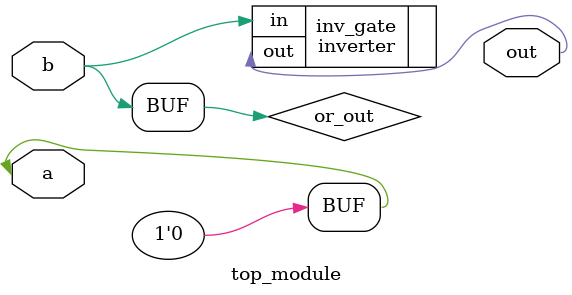
<source format=sv>
module top_module(
	input a, 
	input b,
	output out
);

// OR gate
wire or_out;
or #(2) or_gate(
	.a({a, b}),
	.out(or_out)
);

// Inverter
inverter inv_gate(
	.in(or_out),
	.out(out)
);

endmodule

</source>
